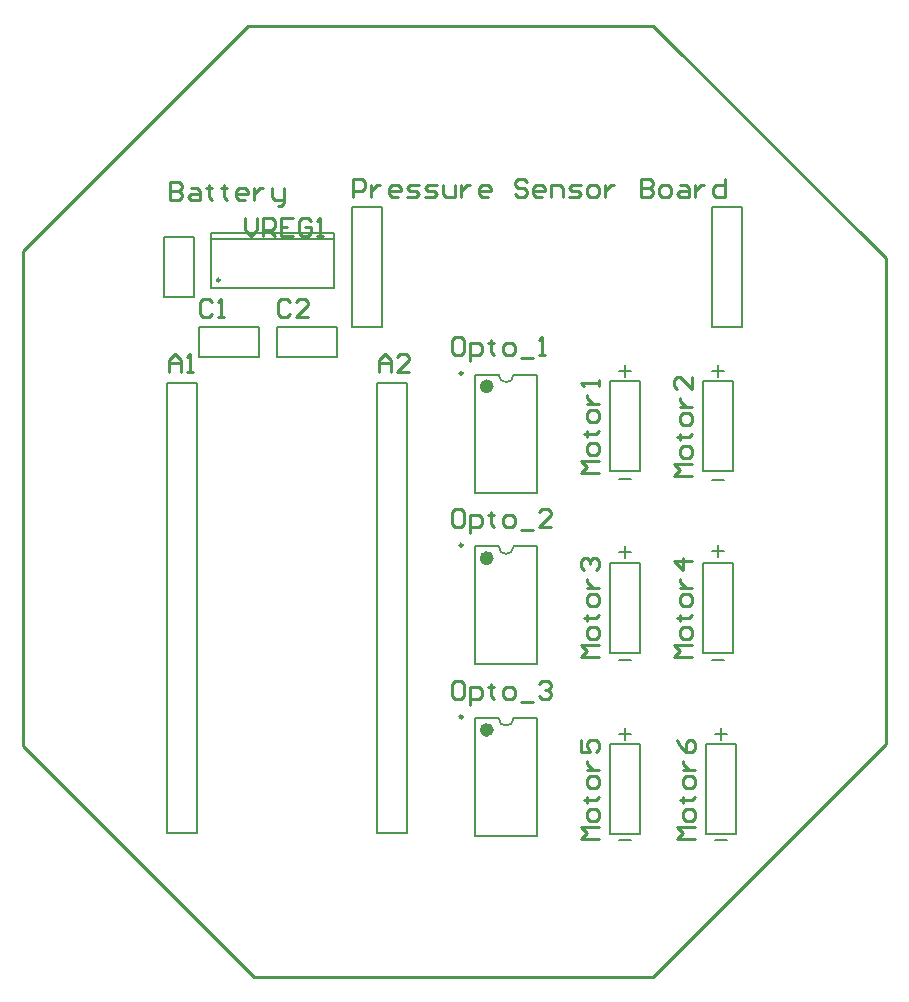
<source format=gto>
G04 Layer_Color=65535*
%FSLAX44Y44*%
%MOMM*%
G71*
G01*
G75*
%ADD10C,0.2540*%
%ADD18C,0.2000*%
%ADD19C,0.2500*%
%ADD20C,0.6000*%
%ADD21C,0.2032*%
D10*
X685800Y430530D02*
X1023620D01*
X490220Y626110D02*
X685800Y430530D01*
X1220470Y1038860D02*
X1220470Y627380D01*
X1023620Y430530D02*
X1220470Y627380D01*
X1023620Y1235710D02*
X1220470Y1038860D01*
X680720Y1235710D02*
X1023620D01*
X490220Y626110D02*
Y1045210D01*
X680720Y1235710D01*
X613664Y942086D02*
Y952243D01*
X618742Y957321D01*
X623821Y952243D01*
Y942086D01*
Y949704D01*
X613664D01*
X628899Y942086D02*
X633977D01*
X631438D01*
Y957321D01*
X628899Y954782D01*
X791464Y942086D02*
Y952243D01*
X796542Y957321D01*
X801621Y952243D01*
Y942086D01*
Y949704D01*
X791464D01*
X816856Y942086D02*
X806699D01*
X816856Y952243D01*
Y954782D01*
X814317Y957321D01*
X809238D01*
X806699Y954782D01*
X614680Y1103625D02*
Y1088390D01*
X622298D01*
X624837Y1090929D01*
Y1093468D01*
X622298Y1096008D01*
X614680D01*
X622298D01*
X624837Y1098547D01*
Y1101086D01*
X622298Y1103625D01*
X614680D01*
X632454Y1098547D02*
X637533D01*
X640072Y1096008D01*
Y1088390D01*
X632454D01*
X629915Y1090929D01*
X632454Y1093468D01*
X640072D01*
X647689Y1101086D02*
Y1098547D01*
X645150D01*
X650229D01*
X647689D01*
Y1090929D01*
X650229Y1088390D01*
X660385Y1101086D02*
Y1098547D01*
X657846D01*
X662924D01*
X660385D01*
Y1090929D01*
X662924Y1088390D01*
X678159D02*
X673081D01*
X670542Y1090929D01*
Y1096008D01*
X673081Y1098547D01*
X678159D01*
X680699Y1096008D01*
Y1093468D01*
X670542D01*
X685777Y1098547D02*
Y1088390D01*
Y1093468D01*
X688316Y1096008D01*
X690855Y1098547D01*
X693394D01*
X701012D02*
Y1090929D01*
X703551Y1088390D01*
X711169D01*
Y1085851D01*
X708630Y1083312D01*
X706090D01*
X711169Y1088390D02*
Y1098547D01*
X650491Y1001772D02*
X647952Y1004311D01*
X642873D01*
X640334Y1001772D01*
Y991615D01*
X642873Y989076D01*
X647952D01*
X650491Y991615D01*
X655569Y989076D02*
X660647D01*
X658108D01*
Y1004311D01*
X655569Y1001772D01*
X716531D02*
X713991Y1004311D01*
X708913D01*
X706374Y1001772D01*
Y991615D01*
X708913Y989076D01*
X713991D01*
X716531Y991615D01*
X731766Y989076D02*
X721609D01*
X731766Y999233D01*
Y1001772D01*
X729227Y1004311D01*
X724148D01*
X721609Y1001772D01*
X978154Y857250D02*
X962919D01*
X967997Y862328D01*
X962919Y867407D01*
X978154D01*
Y875024D02*
Y880103D01*
X975615Y882642D01*
X970536D01*
X967997Y880103D01*
Y875024D01*
X970536Y872485D01*
X975615D01*
X978154Y875024D01*
X965458Y890259D02*
X967997D01*
Y887720D01*
Y892798D01*
Y890259D01*
X975615D01*
X978154Y892798D01*
Y902955D02*
Y908034D01*
X975615Y910573D01*
X970536D01*
X967997Y908034D01*
Y902955D01*
X970536Y900416D01*
X975615D01*
X978154Y902955D01*
X967997Y915651D02*
X978154D01*
X973076D01*
X970536Y918190D01*
X967997Y920730D01*
Y923269D01*
X978154Y930886D02*
Y935965D01*
Y933425D01*
X962919D01*
X965458Y930886D01*
X1056894Y854710D02*
X1041659D01*
X1046737Y859788D01*
X1041659Y864867D01*
X1056894D01*
Y872484D02*
Y877563D01*
X1054355Y880102D01*
X1049277D01*
X1046737Y877563D01*
Y872484D01*
X1049277Y869945D01*
X1054355D01*
X1056894Y872484D01*
X1044198Y887719D02*
X1046737D01*
Y885180D01*
Y890258D01*
Y887719D01*
X1054355D01*
X1056894Y890258D01*
Y900415D02*
Y905494D01*
X1054355Y908033D01*
X1049277D01*
X1046737Y905494D01*
Y900415D01*
X1049277Y897876D01*
X1054355D01*
X1056894Y900415D01*
X1046737Y913111D02*
X1056894D01*
X1051816D01*
X1049277Y915650D01*
X1046737Y918189D01*
Y920729D01*
X1056894Y938503D02*
Y928346D01*
X1046737Y938503D01*
X1044198D01*
X1041659Y935964D01*
Y930885D01*
X1044198Y928346D01*
X978154Y701040D02*
X962919D01*
X967997Y706118D01*
X962919Y711197D01*
X978154D01*
Y718814D02*
Y723893D01*
X975615Y726432D01*
X970536D01*
X967997Y723893D01*
Y718814D01*
X970536Y716275D01*
X975615D01*
X978154Y718814D01*
X965458Y734049D02*
X967997D01*
Y731510D01*
Y736589D01*
Y734049D01*
X975615D01*
X978154Y736589D01*
Y746745D02*
Y751824D01*
X975615Y754363D01*
X970536D01*
X967997Y751824D01*
Y746745D01*
X970536Y744206D01*
X975615D01*
X978154Y746745D01*
X967997Y759441D02*
X978154D01*
X973076D01*
X970536Y761980D01*
X967997Y764520D01*
Y767059D01*
X965458Y774676D02*
X962919Y777215D01*
Y782294D01*
X965458Y784833D01*
X967997D01*
X970536Y782294D01*
Y779754D01*
Y782294D01*
X973076Y784833D01*
X975615D01*
X978154Y782294D01*
Y777215D01*
X975615Y774676D01*
X1056894Y701040D02*
X1041659D01*
X1046737Y706118D01*
X1041659Y711197D01*
X1056894D01*
Y718814D02*
Y723893D01*
X1054355Y726432D01*
X1049277D01*
X1046737Y723893D01*
Y718814D01*
X1049277Y716275D01*
X1054355D01*
X1056894Y718814D01*
X1044198Y734049D02*
X1046737D01*
Y731510D01*
Y736589D01*
Y734049D01*
X1054355D01*
X1056894Y736589D01*
Y746745D02*
Y751824D01*
X1054355Y754363D01*
X1049277D01*
X1046737Y751824D01*
Y746745D01*
X1049277Y744206D01*
X1054355D01*
X1056894Y746745D01*
X1046737Y759441D02*
X1056894D01*
X1051816D01*
X1049277Y761980D01*
X1046737Y764520D01*
Y767059D01*
X1056894Y782294D02*
X1041659D01*
X1049277Y774676D01*
Y784833D01*
X978154Y547370D02*
X962919D01*
X967997Y552448D01*
X962919Y557527D01*
X978154D01*
Y565144D02*
Y570223D01*
X975615Y572762D01*
X970536D01*
X967997Y570223D01*
Y565144D01*
X970536Y562605D01*
X975615D01*
X978154Y565144D01*
X965458Y580379D02*
X967997D01*
Y577840D01*
Y582919D01*
Y580379D01*
X975615D01*
X978154Y582919D01*
Y593075D02*
Y598154D01*
X975615Y600693D01*
X970536D01*
X967997Y598154D01*
Y593075D01*
X970536Y590536D01*
X975615D01*
X978154Y593075D01*
X967997Y605771D02*
X978154D01*
X973076D01*
X970536Y608310D01*
X967997Y610849D01*
Y613389D01*
X962919Y631163D02*
Y621006D01*
X970536D01*
X967997Y626085D01*
Y628624D01*
X970536Y631163D01*
X975615D01*
X978154Y628624D01*
Y623545D01*
X975615Y621006D01*
X1059434Y547370D02*
X1044199D01*
X1049277Y552448D01*
X1044199Y557527D01*
X1059434D01*
Y565144D02*
Y570223D01*
X1056895Y572762D01*
X1051816D01*
X1049277Y570223D01*
Y565144D01*
X1051816Y562605D01*
X1056895D01*
X1059434Y565144D01*
X1046738Y580379D02*
X1049277D01*
Y577840D01*
Y582919D01*
Y580379D01*
X1056895D01*
X1059434Y582919D01*
Y593075D02*
Y598154D01*
X1056895Y600693D01*
X1051816D01*
X1049277Y598154D01*
Y593075D01*
X1051816Y590536D01*
X1056895D01*
X1059434Y593075D01*
X1049277Y605771D02*
X1059434D01*
X1054356D01*
X1051816Y608310D01*
X1049277Y610849D01*
Y613389D01*
X1044199Y631163D02*
X1046738Y626085D01*
X1051816Y621006D01*
X1056895D01*
X1059434Y623545D01*
Y628624D01*
X1056895Y631163D01*
X1054356D01*
X1051816Y628624D01*
Y621006D01*
X860676Y971926D02*
X855598D01*
X853059Y969387D01*
Y959230D01*
X855598Y956691D01*
X860676D01*
X863216Y959230D01*
Y969387D01*
X860676Y971926D01*
X868294Y951613D02*
Y966848D01*
X875912D01*
X878451Y964308D01*
Y959230D01*
X875912Y956691D01*
X868294D01*
X886068Y969387D02*
Y966848D01*
X883529D01*
X888607D01*
X886068D01*
Y959230D01*
X888607Y956691D01*
X898764D02*
X903843D01*
X906382Y959230D01*
Y964308D01*
X903843Y966848D01*
X898764D01*
X896225Y964308D01*
Y959230D01*
X898764Y956691D01*
X911460Y954152D02*
X921617D01*
X926695Y956691D02*
X931774D01*
X929234D01*
Y971926D01*
X926695Y969387D01*
X860676Y826511D02*
X855598D01*
X853059Y823972D01*
Y813815D01*
X855598Y811276D01*
X860676D01*
X863216Y813815D01*
Y823972D01*
X860676Y826511D01*
X868294Y806198D02*
Y821433D01*
X875912D01*
X878451Y818894D01*
Y813815D01*
X875912Y811276D01*
X868294D01*
X886068Y823972D02*
Y821433D01*
X883529D01*
X888607D01*
X886068D01*
Y813815D01*
X888607Y811276D01*
X898764D02*
X903843D01*
X906382Y813815D01*
Y818894D01*
X903843Y821433D01*
X898764D01*
X896225Y818894D01*
Y813815D01*
X898764Y811276D01*
X911460Y808737D02*
X921617D01*
X936852Y811276D02*
X926695D01*
X936852Y821433D01*
Y823972D01*
X934313Y826511D01*
X929234D01*
X926695Y823972D01*
X860676Y681096D02*
X855598D01*
X853059Y678557D01*
Y668400D01*
X855598Y665861D01*
X860676D01*
X863216Y668400D01*
Y678557D01*
X860676Y681096D01*
X868294Y660783D02*
Y676018D01*
X875912D01*
X878451Y673478D01*
Y668400D01*
X875912Y665861D01*
X868294D01*
X886068Y678557D02*
Y676018D01*
X883529D01*
X888607D01*
X886068D01*
Y668400D01*
X888607Y665861D01*
X898764D02*
X903843D01*
X906382Y668400D01*
Y673478D01*
X903843Y676018D01*
X898764D01*
X896225Y673478D01*
Y668400D01*
X898764Y665861D01*
X911460Y663322D02*
X921617D01*
X926695Y678557D02*
X929234Y681096D01*
X934313D01*
X936852Y678557D01*
Y676018D01*
X934313Y673478D01*
X931774D01*
X934313D01*
X936852Y670939D01*
Y668400D01*
X934313Y665861D01*
X929234D01*
X926695Y668400D01*
X769874Y1090676D02*
Y1105911D01*
X777492D01*
X780031Y1103372D01*
Y1098294D01*
X777492Y1095754D01*
X769874D01*
X785109Y1100833D02*
Y1090676D01*
Y1095754D01*
X787648Y1098294D01*
X790187Y1100833D01*
X792727D01*
X807962Y1090676D02*
X802883D01*
X800344Y1093215D01*
Y1098294D01*
X802883Y1100833D01*
X807962D01*
X810501Y1098294D01*
Y1095754D01*
X800344D01*
X815579Y1090676D02*
X823197D01*
X825736Y1093215D01*
X823197Y1095754D01*
X818118D01*
X815579Y1098294D01*
X818118Y1100833D01*
X825736D01*
X830814Y1090676D02*
X838432D01*
X840971Y1093215D01*
X838432Y1095754D01*
X833354D01*
X830814Y1098294D01*
X833354Y1100833D01*
X840971D01*
X846049D02*
Y1093215D01*
X848588Y1090676D01*
X856206D01*
Y1100833D01*
X861284D02*
Y1090676D01*
Y1095754D01*
X863824Y1098294D01*
X866363Y1100833D01*
X868902D01*
X884137Y1090676D02*
X879059D01*
X876519Y1093215D01*
Y1098294D01*
X879059Y1100833D01*
X884137D01*
X886676Y1098294D01*
Y1095754D01*
X876519D01*
X917146Y1103372D02*
X914607Y1105911D01*
X909529D01*
X906990Y1103372D01*
Y1100833D01*
X909529Y1098294D01*
X914607D01*
X917146Y1095754D01*
Y1093215D01*
X914607Y1090676D01*
X909529D01*
X906990Y1093215D01*
X929842Y1090676D02*
X924764D01*
X922225Y1093215D01*
Y1098294D01*
X924764Y1100833D01*
X929842D01*
X932381Y1098294D01*
Y1095754D01*
X922225D01*
X937460Y1090676D02*
Y1100833D01*
X945077D01*
X947617Y1098294D01*
Y1090676D01*
X952695D02*
X960312D01*
X962852Y1093215D01*
X960312Y1095754D01*
X955234D01*
X952695Y1098294D01*
X955234Y1100833D01*
X962852D01*
X970469Y1090676D02*
X975547D01*
X978087Y1093215D01*
Y1098294D01*
X975547Y1100833D01*
X970469D01*
X967930Y1098294D01*
Y1093215D01*
X970469Y1090676D01*
X983165Y1100833D02*
Y1090676D01*
Y1095754D01*
X985704Y1098294D01*
X988243Y1100833D01*
X990782D01*
X1013635Y1105911D02*
Y1090676D01*
X1021253D01*
X1023792Y1093215D01*
Y1095754D01*
X1021253Y1098294D01*
X1013635D01*
X1021253D01*
X1023792Y1100833D01*
Y1103372D01*
X1021253Y1105911D01*
X1013635D01*
X1031409Y1090676D02*
X1036488D01*
X1039027Y1093215D01*
Y1098294D01*
X1036488Y1100833D01*
X1031409D01*
X1028870Y1098294D01*
Y1093215D01*
X1031409Y1090676D01*
X1046645Y1100833D02*
X1051723D01*
X1054262Y1098294D01*
Y1090676D01*
X1046645D01*
X1044105Y1093215D01*
X1046645Y1095754D01*
X1054262D01*
X1059340Y1100833D02*
Y1090676D01*
Y1095754D01*
X1061880Y1098294D01*
X1064419Y1100833D01*
X1066958D01*
X1084732Y1105911D02*
Y1090676D01*
X1077115D01*
X1074575Y1093215D01*
Y1098294D01*
X1077115Y1100833D01*
X1084732D01*
X678180Y1073145D02*
Y1062988D01*
X683258Y1057910D01*
X688337Y1062988D01*
Y1073145D01*
X693415Y1057910D02*
Y1073145D01*
X701033D01*
X703572Y1070606D01*
Y1065527D01*
X701033Y1062988D01*
X693415D01*
X698493D02*
X703572Y1057910D01*
X718807Y1073145D02*
X708650D01*
Y1057910D01*
X718807D01*
X708650Y1065527D02*
X713728D01*
X734042Y1070606D02*
X731503Y1073145D01*
X726424D01*
X723885Y1070606D01*
Y1060449D01*
X726424Y1057910D01*
X731503D01*
X734042Y1060449D01*
Y1065527D01*
X728964D01*
X739120Y1057910D02*
X744199D01*
X741659D01*
Y1073145D01*
X739120Y1070606D01*
D18*
X892810Y649440D02*
G03*
X905510Y649440I6350J0D01*
G01*
X892810Y794855D02*
G03*
X905510Y794855I6350J0D01*
G01*
X892810Y940270D02*
G03*
X905510Y940270I6350J0D01*
G01*
X768350Y1082040D02*
X793750D01*
Y980440D02*
Y1082040D01*
X768350Y980440D02*
Y1082040D01*
Y980440D02*
X793750D01*
X872660Y549440D02*
Y649440D01*
X925660Y549440D02*
Y649440D01*
X872660D02*
X892810D01*
X905510D02*
X925660D01*
X872660Y549440D02*
X925660D01*
X872660Y694855D02*
Y794855D01*
X925660Y694855D02*
Y794855D01*
X872660D02*
X892810D01*
X905510D02*
X925660D01*
X872660Y694855D02*
X925660D01*
X612140Y552450D02*
X637540D01*
X612140Y933450D02*
X637540D01*
Y914400D02*
Y933450D01*
Y552450D02*
Y914400D01*
X612140Y552450D02*
Y933450D01*
X789940D02*
X815340D01*
X789940Y552450D02*
X815340D01*
X789940D02*
Y571500D01*
Y933450D01*
X815340Y552450D02*
Y933450D01*
X872660Y840270D02*
Y940270D01*
X925660Y840270D02*
Y940270D01*
X872660D02*
X892810D01*
X905510D02*
X925660D01*
X872660Y840270D02*
X925660D01*
X638810Y980440D02*
X689610D01*
X638810Y955040D02*
Y980440D01*
Y955040D02*
X689610D01*
Y980440D01*
X704850D02*
X755650D01*
X704850Y955040D02*
Y980440D01*
Y955040D02*
X755650D01*
Y980440D01*
X1073150Y1082040D02*
X1098550D01*
Y980440D02*
Y1082040D01*
X1073150Y980440D02*
Y1082040D01*
Y980440D02*
X1098550D01*
X1068070Y627380D02*
X1093470D01*
Y551180D02*
Y627380D01*
X1068070Y551180D02*
X1093470D01*
X1068070D02*
Y627380D01*
X986790D02*
X1012190D01*
Y551180D02*
Y627380D01*
X986790Y551180D02*
X1012190D01*
X986790D02*
Y627380D01*
X1065530Y781050D02*
X1090930D01*
Y704850D02*
Y781050D01*
X1065530Y704850D02*
X1090930D01*
X1065530D02*
Y781050D01*
X986790D02*
X1012190D01*
Y704850D02*
Y781050D01*
X986790Y704850D02*
X1012190D01*
X986790D02*
Y781050D01*
X1065530Y934720D02*
X1090930D01*
Y858520D02*
Y934720D01*
X1065530Y858520D02*
X1090930D01*
X1065530D02*
Y934720D01*
X986790D02*
X1012190D01*
Y858520D02*
Y934720D01*
X986790Y858520D02*
X1012190D01*
X986790D02*
Y934720D01*
X635000Y1005840D02*
Y1056640D01*
X609600D02*
X635000D01*
X609600Y1005840D02*
Y1056640D01*
Y1005840D02*
X635000D01*
X649040Y1059740D02*
X753040D01*
Y1013740D02*
Y1059740D01*
X649040Y1013740D02*
X753040D01*
X649040D02*
Y1059740D01*
Y1054740D02*
X753040D01*
D19*
X862310Y650540D02*
G03*
X862310Y650540I-1250J0D01*
G01*
Y795955D02*
G03*
X862310Y795955I-1250J0D01*
G01*
Y941370D02*
G03*
X862310Y941370I-1250J0D01*
G01*
X656790Y1020240D02*
G03*
X656790Y1020240I-1250J0D01*
G01*
D20*
X885660Y639440D02*
G03*
X885660Y639440I-3000J0D01*
G01*
Y784855D02*
G03*
X885660Y784855I-3000J0D01*
G01*
Y930270D02*
G03*
X885660Y930270I-3000J0D01*
G01*
D21*
X994410Y943607D02*
X1004567D01*
X999488Y948686D02*
Y938529D01*
X994410Y852168D02*
X1004567D01*
X1073150Y943607D02*
X1083307D01*
X1078228Y948686D02*
Y938529D01*
X1073150Y850898D02*
X1083307D01*
X994410Y698497D02*
X1004567D01*
X1073150D02*
X1083307D01*
X994410Y546097D02*
X1004567D01*
X1075690D02*
X1085847D01*
X994410Y789938D02*
X1004567D01*
X999488Y795016D02*
Y784859D01*
X1073150Y790573D02*
X1083307D01*
X1078228Y795651D02*
Y785494D01*
X994410Y636268D02*
X1004567D01*
X999488Y641346D02*
Y631189D01*
X1075690Y636268D02*
X1085847D01*
X1080768Y641346D02*
Y631189D01*
M02*

</source>
